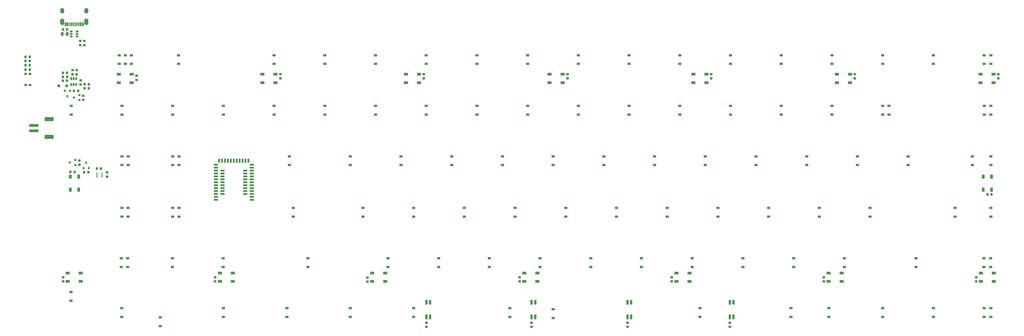
<source format=gbp>
G04 #@! TF.GenerationSoftware,KiCad,Pcbnew,5.99.0-unknown-ff9612b6da~131~ubuntu20.04.1*
G04 #@! TF.CreationDate,2021-08-29T18:12:00+10:00*
G04 #@! TF.ProjectId,keyboard,6b657962-6f61-4726-942e-6b696361645f,0.4w*
G04 #@! TF.SameCoordinates,Original*
G04 #@! TF.FileFunction,Paste,Bot*
G04 #@! TF.FilePolarity,Positive*
%FSLAX46Y46*%
G04 Gerber Fmt 4.6, Leading zero omitted, Abs format (unit mm)*
G04 Created by KiCad (PCBNEW 5.99.0-unknown-ff9612b6da~131~ubuntu20.04.1) date 2021-08-29 18:12:00*
%MOMM*%
%LPD*%
G01*
G04 APERTURE LIST*
G04 Aperture macros list*
%AMRoundRect*
0 Rectangle with rounded corners*
0 $1 Rounding radius*
0 $2 $3 $4 $5 $6 $7 $8 $9 X,Y pos of 4 corners*
0 Add a 4 corners polygon primitive as box body*
4,1,4,$2,$3,$4,$5,$6,$7,$8,$9,$2,$3,0*
0 Add four circle primitives for the rounded corners*
1,1,$1+$1,$2,$3*
1,1,$1+$1,$4,$5*
1,1,$1+$1,$6,$7*
1,1,$1+$1,$8,$9*
0 Add four rect primitives between the rounded corners*
20,1,$1+$1,$2,$3,$4,$5,0*
20,1,$1+$1,$4,$5,$6,$7,0*
20,1,$1+$1,$6,$7,$8,$9,0*
20,1,$1+$1,$8,$9,$2,$3,0*%
G04 Aperture macros list end*
%ADD10RoundRect,0.205000X0.205000X-0.695000X0.205000X0.695000X-0.205000X0.695000X-0.205000X-0.695000X0*%
%ADD11R,0.820000X1.800000*%
%ADD12R,1.200000X0.900000*%
%ADD13RoundRect,0.218750X-0.256250X0.218750X-0.256250X-0.218750X0.256250X-0.218750X0.256250X0.218750X0*%
%ADD14O,1.500000X2.100000*%
%ADD15O,1.500000X2.500000*%
%ADD16RoundRect,0.120000X-0.180000X-0.605000X0.180000X-0.605000X0.180000X0.605000X-0.180000X0.605000X0*%
%ADD17RoundRect,0.060000X-0.090000X-0.665000X0.090000X-0.665000X0.090000X0.665000X-0.090000X0.665000X0*%
%ADD18O,1.000000X1.600000*%
%ADD19O,1.000000X2.100000*%
%ADD20RoundRect,0.218750X0.256250X-0.218750X0.256250X0.218750X-0.256250X0.218750X-0.256250X-0.218750X0*%
%ADD21RoundRect,0.218750X0.218750X0.256250X-0.218750X0.256250X-0.218750X-0.256250X0.218750X-0.256250X0*%
%ADD22RoundRect,0.218750X-0.218750X-0.256250X0.218750X-0.256250X0.218750X0.256250X-0.218750X0.256250X0*%
%ADD23RoundRect,0.243750X-0.243750X-0.456250X0.243750X-0.456250X0.243750X0.456250X-0.243750X0.456250X0*%
%ADD24RoundRect,0.225000X-0.275000X0.225000X-0.275000X-0.225000X0.275000X-0.225000X0.275000X0.225000X0*%
%ADD25R,1.000000X1.500000*%
%ADD26RoundRect,0.119000X0.381000X0.369000X-0.381000X0.369000X-0.381000X-0.369000X0.381000X-0.369000X0*%
%ADD27R,1.500000X1.000000*%
%ADD28R,0.900000X0.800000*%
%ADD29R,0.800000X0.900000*%
%ADD30R,0.650000X1.060000*%
%ADD31RoundRect,0.250000X-1.500000X0.250000X-1.500000X-0.250000X1.500000X-0.250000X1.500000X0.250000X0*%
%ADD32RoundRect,0.250500X-1.449500X0.499500X-1.449500X-0.499500X1.449500X-0.499500X1.449500X0.499500X0*%
%ADD33R,1.524000X0.700000*%
%ADD34R,0.700000X1.524000*%
%ADD35RoundRect,0.162500X0.367500X0.162500X-0.367500X0.162500X-0.367500X-0.162500X0.367500X-0.162500X0*%
%ADD36R,0.650000X0.400000*%
G04 APERTURE END LIST*
D10*
G04 #@! TO.C,D1*
X251300000Y-197950000D03*
X252660000Y-197950000D03*
D11*
X252660000Y-192450000D03*
D10*
X251300000Y-192450000D03*
G04 #@! TD*
G04 #@! TO.C,D2*
X290800000Y-197950000D03*
X292160000Y-197950000D03*
D11*
X292160000Y-192450000D03*
D10*
X290800000Y-192450000D03*
G04 #@! TD*
G04 #@! TO.C,D3*
X326800000Y-197950000D03*
X328160000Y-197950000D03*
D11*
X328160000Y-192450000D03*
D10*
X326800000Y-192450000D03*
G04 #@! TD*
G04 #@! TO.C,D4*
X365300000Y-197950000D03*
X366660000Y-197950000D03*
D11*
X366660000Y-192450000D03*
D10*
X365300000Y-192450000D03*
G04 #@! TD*
D12*
G04 #@! TO.C,D_109*
X135900000Y-102650000D03*
X135900000Y-99350000D03*
G04 #@! TD*
G04 #@! TO.C,D_99*
X140500000Y-102650000D03*
X140500000Y-99350000D03*
G04 #@! TD*
G04 #@! TO.C,D_93*
X158200000Y-102650000D03*
X158200000Y-99350000D03*
G04 #@! TD*
D13*
G04 #@! TO.C,C21*
X122400000Y-114612500D03*
X122400000Y-116187500D03*
G04 #@! TD*
D14*
G04 #@! TO.C,J2*
X123550000Y-82626155D03*
X114450000Y-82626155D03*
D15*
X114450000Y-86806155D03*
X123550000Y-86806155D03*
D16*
X115750000Y-87721155D03*
X116550000Y-87721155D03*
D17*
X117750000Y-87721155D03*
X118750000Y-87721155D03*
X119250000Y-87721155D03*
X120250000Y-87721155D03*
D16*
X121450000Y-87721155D03*
X122250000Y-87721155D03*
X122250000Y-87721155D03*
X121450000Y-87721155D03*
D17*
X120750000Y-87721155D03*
X119750000Y-87721155D03*
X118250000Y-87721155D03*
X117250000Y-87721155D03*
D16*
X116550000Y-87721155D03*
X115750000Y-87721155D03*
D18*
X114680000Y-82626155D03*
X123320000Y-82626155D03*
D19*
X123320000Y-86806155D03*
X114680000Y-86806155D03*
G04 #@! TD*
D20*
G04 #@! TO.C,R4*
X122800000Y-95573286D03*
X122800000Y-93998286D03*
G04 #@! TD*
D13*
G04 #@! TO.C,R7*
X121300000Y-93998286D03*
X121300000Y-95573286D03*
G04 #@! TD*
D12*
G04 #@! TO.C,D_2*
X463287500Y-121750000D03*
X463287500Y-118450000D03*
G04 #@! TD*
D20*
G04 #@! TO.C,C11*
X290800000Y-201687500D03*
X290800000Y-200112500D03*
G04 #@! TD*
G04 #@! TO.C,C13*
X251300000Y-201687500D03*
X251300000Y-200112500D03*
G04 #@! TD*
G04 #@! TO.C,C9*
X326800000Y-201687500D03*
X326800000Y-200112500D03*
G04 #@! TD*
G04 #@! TO.C,C6*
X365300000Y-201687500D03*
X365300000Y-200112500D03*
G04 #@! TD*
D21*
G04 #@! TO.C,D22*
X102287500Y-101500000D03*
X100712500Y-101500000D03*
G04 #@! TD*
D20*
G04 #@! TO.C,R5*
X121412500Y-110387500D03*
X121412500Y-108812500D03*
G04 #@! TD*
D22*
G04 #@! TO.C,C24*
X114812500Y-89685786D03*
X116387500Y-89685786D03*
G04 #@! TD*
D23*
G04 #@! TO.C,F1*
X114462500Y-91385786D03*
X116337500Y-91385786D03*
G04 #@! TD*
D24*
G04 #@! TO.C,SW1*
X100800000Y-110550000D03*
X100800000Y-106450000D03*
X102400000Y-110550000D03*
X102400000Y-106450000D03*
G04 #@! TD*
D12*
G04 #@! TO.C,D_55*
X303637500Y-160150000D03*
X303637500Y-156850000D03*
G04 #@! TD*
G04 #@! TO.C,D_45*
X336975000Y-140750000D03*
X336975000Y-137450000D03*
G04 #@! TD*
G04 #@! TO.C,D_94*
X156000000Y-140750000D03*
X156000000Y-137450000D03*
G04 #@! TD*
G04 #@! TO.C,D_43*
X346450000Y-121750000D03*
X346450000Y-118450000D03*
G04 #@! TD*
D21*
G04 #@! TO.C,D23*
X102287500Y-103150000D03*
X100712500Y-103150000D03*
G04 #@! TD*
D12*
G04 #@! TO.C,D_38*
X360787500Y-160150000D03*
X360787500Y-156850000D03*
G04 #@! TD*
G04 #@! TO.C,D_12*
X449837500Y-160150000D03*
X449837500Y-156850000D03*
G04 #@! TD*
G04 #@! TO.C,D_3*
X463337500Y-140750000D03*
X463337500Y-137450000D03*
G04 #@! TD*
G04 #@! TO.C,D_57*
X294012500Y-179150000D03*
X294012500Y-175850000D03*
G04 #@! TD*
G04 #@! TO.C,D_61*
X282637500Y-197950000D03*
X282637500Y-194650000D03*
G04 #@! TD*
G04 #@! TO.C,D_14*
X441750000Y-197950000D03*
X441750000Y-194650000D03*
G04 #@! TD*
G04 #@! TO.C,D_66*
X265537500Y-160150000D03*
X265537500Y-156850000D03*
G04 #@! TD*
G04 #@! TO.C,D_97*
X155900000Y-179150000D03*
X155900000Y-175850000D03*
G04 #@! TD*
G04 #@! TO.C,D_1*
X463337500Y-102650000D03*
X463337500Y-99350000D03*
G04 #@! TD*
D25*
G04 #@! TO.C,D5*
X463600000Y-150050000D03*
X460400000Y-150050000D03*
X460400000Y-145150000D03*
X463600000Y-145150000D03*
G04 #@! TD*
D12*
G04 #@! TO.C,D_28*
X394125000Y-140750000D03*
X394125000Y-137450000D03*
G04 #@! TD*
G04 #@! TO.C,D_77*
X227437500Y-160150000D03*
X227437500Y-156850000D03*
G04 #@! TD*
G04 #@! TO.C,D_10*
X460700000Y-179150000D03*
X460700000Y-175850000D03*
G04 #@! TD*
G04 #@! TO.C,D_110*
X117900000Y-121750000D03*
X117900000Y-118450000D03*
G04 #@! TD*
G04 #@! TO.C,D_37*
X365500000Y-121750000D03*
X365500000Y-118450000D03*
G04 #@! TD*
G04 #@! TO.C,D_80*
X213150000Y-102650000D03*
X213150000Y-99350000D03*
G04 #@! TD*
D21*
G04 #@! TO.C,C25*
X116300000Y-106006250D03*
X114725000Y-106006250D03*
G04 #@! TD*
D12*
G04 #@! TO.C,D_106*
X136900000Y-160150000D03*
X136900000Y-156850000D03*
G04 #@! TD*
D22*
G04 #@! TO.C,C20*
X127512500Y-142100000D03*
X129087500Y-142100000D03*
G04 #@! TD*
D26*
G04 #@! TO.C,D21*
X116200000Y-110900000D03*
X113200000Y-110900000D03*
G04 #@! TD*
D12*
G04 #@! TO.C,D_81*
X213100000Y-121750000D03*
X213100000Y-118450000D03*
G04 #@! TD*
G04 #@! TO.C,D_85*
X198862500Y-197950000D03*
X198862500Y-194650000D03*
G04 #@! TD*
D27*
G04 #@! TO.C,D9*
X402383330Y-184600000D03*
X402383330Y-181400000D03*
X407283330Y-181400000D03*
X407283330Y-184600000D03*
G04 #@! TD*
D12*
G04 #@! TO.C,D_6*
X463237500Y-179150000D03*
X463237500Y-175850000D03*
G04 #@! TD*
D21*
G04 #@! TO.C,R11*
X102287500Y-100000000D03*
X100712500Y-100000000D03*
G04 #@! TD*
D12*
G04 #@! TO.C,D_75*
X232200000Y-102650000D03*
X232200000Y-99350000D03*
G04 #@! TD*
G04 #@! TO.C,D_30*
X388200000Y-197950000D03*
X388200000Y-194650000D03*
G04 #@! TD*
G04 #@! TO.C,D_96*
X155950000Y-121750000D03*
X155950000Y-118450000D03*
G04 #@! TD*
D13*
G04 #@! TO.C,C27*
X114800000Y-183025000D03*
X114800000Y-184600000D03*
G04 #@! TD*
D12*
G04 #@! TO.C,D_76*
X232150000Y-121750000D03*
X232150000Y-118450000D03*
G04 #@! TD*
D13*
G04 #@! TO.C,C19*
X131300000Y-143512500D03*
X131300000Y-145087500D03*
G04 #@! TD*
D27*
G04 #@! TO.C,D17*
X173716666Y-184600000D03*
X173716666Y-181400000D03*
X178616666Y-181400000D03*
X178616666Y-184600000D03*
G04 #@! TD*
D12*
G04 #@! TO.C,D_98*
X151300000Y-201450000D03*
X151300000Y-198150000D03*
G04 #@! TD*
D13*
G04 #@! TO.C,C5*
X400600000Y-183012500D03*
X400600000Y-184587500D03*
G04 #@! TD*
D12*
G04 #@! TO.C,D_24*
X403650000Y-102650000D03*
X403650000Y-99350000D03*
G04 #@! TD*
D21*
G04 #@! TO.C,R10*
X116287500Y-109000000D03*
X114712500Y-109000000D03*
G04 #@! TD*
D12*
G04 #@! TO.C,D_17*
X425000000Y-121750000D03*
X425000000Y-118450000D03*
G04 #@! TD*
D20*
G04 #@! TO.C,C1*
X466100000Y-108087500D03*
X466100000Y-106512500D03*
G04 #@! TD*
D12*
G04 #@! TO.C,D_52*
X313062500Y-179150000D03*
X313062500Y-175850000D03*
G04 #@! TD*
G04 #@! TO.C,D_50*
X298850000Y-198400000D03*
X298850000Y-195100000D03*
G04 #@! TD*
G04 #@! TO.C,D_100*
X139312500Y-140750000D03*
X139312500Y-137450000D03*
G04 #@! TD*
G04 #@! TO.C,D_101*
X139200000Y-160150000D03*
X139200000Y-156850000D03*
G04 #@! TD*
D21*
G04 #@! TO.C,C26*
X116312500Y-107506250D03*
X114737500Y-107506250D03*
G04 #@! TD*
D25*
G04 #@! TO.C,D19*
X117500000Y-145150000D03*
X120700000Y-145150000D03*
X120700000Y-150050000D03*
X117500000Y-150050000D03*
G04 #@! TD*
D12*
G04 #@! TO.C,D_9*
X460800000Y-197950000D03*
X460800000Y-194650000D03*
G04 #@! TD*
D27*
G04 #@! TO.C,D6*
X459550000Y-184600000D03*
X459550000Y-181400000D03*
X464450000Y-181400000D03*
X464450000Y-184600000D03*
G04 #@! TD*
D12*
G04 #@! TO.C,D_62*
X279825000Y-140750000D03*
X279825000Y-137450000D03*
G04 #@! TD*
G04 #@! TO.C,D_41*
X351162500Y-179150000D03*
X351162500Y-175850000D03*
G04 #@! TD*
D27*
G04 #@! TO.C,D15*
X230883332Y-184600000D03*
X230883332Y-181400000D03*
X235783332Y-181400000D03*
X235783332Y-184600000D03*
G04 #@! TD*
D12*
G04 #@! TO.C,D_13*
X441750000Y-102650000D03*
X441750000Y-99350000D03*
G04 #@! TD*
D27*
G04 #@! TO.C,D20*
X116550000Y-184600000D03*
X116550000Y-181400000D03*
X121450000Y-181400000D03*
X121450000Y-184600000D03*
G04 #@! TD*
D28*
G04 #@! TO.C,Q2*
X119400000Y-138850000D03*
X119400000Y-140750000D03*
X117400000Y-139800000D03*
G04 #@! TD*
D29*
G04 #@! TO.C,Q1*
X124450000Y-141900000D03*
X122550000Y-141900000D03*
X123500000Y-139900000D03*
G04 #@! TD*
D12*
G04 #@! TO.C,D_29*
X389262500Y-179150000D03*
X389262500Y-175850000D03*
G04 #@! TD*
G04 #@! TO.C,D_78*
X222675000Y-140750000D03*
X222675000Y-137450000D03*
G04 #@! TD*
D20*
G04 #@! TO.C,C14*
X250300000Y-108100000D03*
X250300000Y-106525000D03*
G04 #@! TD*
D27*
G04 #@! TO.C,D11*
X345216664Y-184600000D03*
X345216664Y-181400000D03*
X350116664Y-181400000D03*
X350116664Y-184600000D03*
G04 #@! TD*
D12*
G04 #@! TO.C,D_25*
X403600000Y-121750000D03*
X403600000Y-118450000D03*
G04 #@! TD*
D30*
G04 #@! TO.C,U5*
X119762500Y-110400000D03*
X118812500Y-110400000D03*
X117862500Y-110400000D03*
X117862500Y-108200000D03*
X118812500Y-108200000D03*
X119762500Y-108200000D03*
G04 #@! TD*
D12*
G04 #@! TO.C,D_83*
X201300000Y-160150000D03*
X201300000Y-156850000D03*
G04 #@! TD*
G04 #@! TO.C,D_39*
X356025000Y-140750000D03*
X356025000Y-137450000D03*
G04 #@! TD*
D31*
G04 #@! TO.C,J3*
X103850000Y-125800000D03*
X103850000Y-127800000D03*
D32*
X109600000Y-123450000D03*
X109600000Y-130150000D03*
G04 #@! TD*
D12*
G04 #@! TO.C,D_73*
X241725000Y-140750000D03*
X241725000Y-137450000D03*
G04 #@! TD*
D28*
G04 #@! TO.C,U3*
X120900000Y-114350000D03*
X120900000Y-116250000D03*
X118900000Y-115300000D03*
G04 #@! TD*
D12*
G04 #@! TO.C,D_91*
X158337500Y-140750000D03*
X158337500Y-137450000D03*
G04 #@! TD*
D27*
G04 #@! TO.C,D14*
X248516666Y-106500000D03*
X248516666Y-109700000D03*
X243616666Y-109700000D03*
X243616666Y-106500000D03*
G04 #@! TD*
D12*
G04 #@! TO.C,D_36*
X365550000Y-102650000D03*
X365550000Y-99350000D03*
G04 #@! TD*
D27*
G04 #@! TO.C,D7*
X464350000Y-106500000D03*
X464350000Y-109700000D03*
X459450000Y-109700000D03*
X459450000Y-106500000D03*
G04 #@! TD*
D12*
G04 #@! TO.C,D_79*
X222675000Y-197950000D03*
X222675000Y-194650000D03*
G04 #@! TD*
D27*
G04 #@! TO.C,D10*
X356433332Y-106500000D03*
X356433332Y-109700000D03*
X351533332Y-109700000D03*
X351533332Y-106500000D03*
G04 #@! TD*
D29*
G04 #@! TO.C,Q3*
X115450000Y-112800000D03*
X117350000Y-112800000D03*
X116400000Y-114800000D03*
G04 #@! TD*
D12*
G04 #@! TO.C,D_105*
X136900000Y-140750000D03*
X136900000Y-137450000D03*
G04 #@! TD*
D20*
G04 #@! TO.C,C10*
X304300000Y-108087500D03*
X304300000Y-106512500D03*
G04 #@! TD*
D12*
G04 #@! TO.C,D_108*
X136637500Y-179150000D03*
X136637500Y-175850000D03*
G04 #@! TD*
G04 #@! TO.C,D_74*
X236862500Y-179150000D03*
X236862500Y-175850000D03*
G04 #@! TD*
G04 #@! TO.C,D_8*
X460800000Y-102650000D03*
X460800000Y-99350000D03*
G04 #@! TD*
G04 #@! TO.C,D_82*
X206737500Y-179150000D03*
X206737500Y-175850000D03*
G04 #@! TD*
D21*
G04 #@! TO.C,C23*
X119100000Y-143300000D03*
X117525000Y-143300000D03*
G04 #@! TD*
D12*
G04 #@! TO.C,D_71*
X246487500Y-160150000D03*
X246487500Y-156850000D03*
G04 #@! TD*
D13*
G04 #@! TO.C,C17*
X171900000Y-183012500D03*
X171900000Y-184587500D03*
G04 #@! TD*
D12*
G04 #@! TO.C,D_59*
X289300000Y-121750000D03*
X289300000Y-118450000D03*
G04 #@! TD*
G04 #@! TO.C,D_16*
X432225000Y-140750000D03*
X432225000Y-137450000D03*
G04 #@! TD*
G04 #@! TO.C,D_102*
X139000000Y-179150000D03*
X139000000Y-175850000D03*
G04 #@! TD*
G04 #@! TO.C,D_64*
X270300000Y-102650000D03*
X270300000Y-99350000D03*
G04 #@! TD*
D27*
G04 #@! TO.C,D8*
X410391665Y-106500000D03*
X410391665Y-109700000D03*
X405491665Y-109700000D03*
X405491665Y-106500000D03*
G04 #@! TD*
D12*
G04 #@! TO.C,D_90*
X174950000Y-179150000D03*
X174950000Y-175850000D03*
G04 #@! TD*
G04 #@! TO.C,D_34*
X375075000Y-140750000D03*
X375075000Y-137450000D03*
G04 #@! TD*
G04 #@! TO.C,D_53*
X308400000Y-102650000D03*
X308400000Y-99350000D03*
G04 #@! TD*
D33*
G04 #@! TO.C,U1*
X172200000Y-153800000D03*
X172200000Y-152700000D03*
X172200000Y-151600000D03*
X172200000Y-150500000D03*
X172200000Y-149400000D03*
X172200000Y-148300000D03*
X172200000Y-147200000D03*
X172200000Y-146100000D03*
X172200000Y-145000000D03*
X172200000Y-143900000D03*
X172200000Y-142800000D03*
X172200000Y-141700000D03*
X172200000Y-140600000D03*
D34*
X173450000Y-139100000D03*
X174550000Y-139100000D03*
X175650000Y-139100000D03*
X176750000Y-139100000D03*
X177850000Y-139100000D03*
X178950000Y-139100000D03*
X180050000Y-139100000D03*
X181150000Y-139100000D03*
X182250000Y-139100000D03*
X183350000Y-139100000D03*
X184450000Y-139100000D03*
D33*
X185700000Y-140600000D03*
X185700000Y-141700000D03*
X185700000Y-142800000D03*
X185700000Y-143900000D03*
X185700000Y-145000000D03*
X185700000Y-146100000D03*
X185700000Y-147200000D03*
X185700000Y-148300000D03*
X185700000Y-149400000D03*
X185700000Y-150500000D03*
X185700000Y-151600000D03*
X185700000Y-152700000D03*
X185700000Y-153800000D03*
X174700000Y-151600000D03*
X174700000Y-150500000D03*
X174700000Y-149400000D03*
X174700000Y-148300000D03*
X174700000Y-147200000D03*
X174700000Y-146100000D03*
X174700000Y-145000000D03*
X174700000Y-143900000D03*
X174700000Y-142800000D03*
X183200000Y-151600000D03*
X183200000Y-150500000D03*
X183200000Y-149400000D03*
X183200000Y-148300000D03*
X183200000Y-147200000D03*
X183200000Y-146100000D03*
X183200000Y-145000000D03*
X183200000Y-143900000D03*
X183200000Y-142800000D03*
G04 #@! TD*
D12*
G04 #@! TO.C,D_68*
X255912500Y-179150000D03*
X255912500Y-175850000D03*
G04 #@! TD*
G04 #@! TO.C,D_84*
X199837500Y-140750000D03*
X199837500Y-137450000D03*
G04 #@! TD*
D20*
G04 #@! TO.C,C7*
X358200000Y-108087500D03*
X358200000Y-106512500D03*
G04 #@! TD*
D12*
G04 #@! TO.C,D_19*
X422700000Y-197950000D03*
X422700000Y-194650000D03*
G04 #@! TD*
D13*
G04 #@! TO.C,R6*
X120900000Y-139012500D03*
X120900000Y-140587500D03*
G04 #@! TD*
G04 #@! TO.C,C3*
X457800000Y-183012500D03*
X457800000Y-184587500D03*
G04 #@! TD*
D27*
G04 #@! TO.C,D18*
X140600000Y-106500000D03*
X140600000Y-109700000D03*
X135700000Y-109700000D03*
X135700000Y-106500000D03*
G04 #@! TD*
D12*
G04 #@! TO.C,D_72*
X246487500Y-197950000D03*
X246487500Y-194650000D03*
G04 #@! TD*
D35*
G04 #@! TO.C,U4*
X120100000Y-90385786D03*
X120100000Y-91335786D03*
X120100000Y-92285786D03*
X117900000Y-92285786D03*
X117900000Y-91335786D03*
X117900000Y-90385786D03*
G04 #@! TD*
D27*
G04 #@! TO.C,D12*
X302474999Y-106500000D03*
X302474999Y-109700000D03*
X297574999Y-109700000D03*
X297574999Y-106500000D03*
G04 #@! TD*
D12*
G04 #@! TO.C,D_7*
X460887500Y-121750000D03*
X460887500Y-118450000D03*
G04 #@! TD*
G04 #@! TO.C,D_60*
X284587500Y-160150000D03*
X284587500Y-156850000D03*
G04 #@! TD*
G04 #@! TO.C,D_89*
X175050000Y-197950000D03*
X175050000Y-194650000D03*
G04 #@! TD*
D21*
G04 #@! TO.C,R3*
X124287500Y-143400000D03*
X122712500Y-143400000D03*
G04 #@! TD*
D12*
G04 #@! TO.C,D_48*
X327400000Y-121750000D03*
X327400000Y-118450000D03*
G04 #@! TD*
G04 #@! TO.C,D_87*
X194050000Y-121750000D03*
X194050000Y-118450000D03*
G04 #@! TD*
G04 #@! TO.C,D_51*
X317925000Y-140750000D03*
X317925000Y-137450000D03*
G04 #@! TD*
G04 #@! TO.C,D_42*
X346500000Y-102650000D03*
X346500000Y-99350000D03*
G04 #@! TD*
G04 #@! TO.C,D_23*
X408312500Y-179150000D03*
X408312500Y-175850000D03*
G04 #@! TD*
D13*
G04 #@! TO.C,C15*
X229100000Y-183100000D03*
X229100000Y-184675000D03*
G04 #@! TD*
D12*
G04 #@! TO.C,D_67*
X260775000Y-140750000D03*
X260775000Y-137450000D03*
G04 #@! TD*
G04 #@! TO.C,D_33*
X379837500Y-160150000D03*
X379837500Y-156850000D03*
G04 #@! TD*
G04 #@! TO.C,D_4*
X463337500Y-160150000D03*
X463337500Y-156850000D03*
G04 #@! TD*
G04 #@! TO.C,D_70*
X251200000Y-121750000D03*
X251200000Y-118450000D03*
G04 #@! TD*
G04 #@! TO.C,D_27*
X398887500Y-160150000D03*
X398887500Y-156850000D03*
G04 #@! TD*
G04 #@! TO.C,D_11*
X456337500Y-140750000D03*
X456337500Y-137450000D03*
G04 #@! TD*
G04 #@! TO.C,D_26*
X402400000Y-197950000D03*
X402400000Y-194650000D03*
G04 #@! TD*
D22*
G04 #@! TO.C,R1*
X122900000Y-110300000D03*
X124475000Y-110300000D03*
G04 #@! TD*
D12*
G04 #@! TO.C,D_63*
X274962500Y-179150000D03*
X274962500Y-175850000D03*
G04 #@! TD*
G04 #@! TO.C,D_22*
X413175000Y-140750000D03*
X413175000Y-137450000D03*
G04 #@! TD*
D22*
G04 #@! TO.C,C2*
X462000000Y-151800000D03*
X463575000Y-151800000D03*
G04 #@! TD*
D12*
G04 #@! TO.C,D_18*
X422700000Y-102650000D03*
X422700000Y-99350000D03*
G04 #@! TD*
D27*
G04 #@! TO.C,D16*
X194558333Y-106500000D03*
X194558333Y-109700000D03*
X189658333Y-109700000D03*
X189658333Y-106500000D03*
G04 #@! TD*
D12*
G04 #@! TO.C,D_69*
X251250000Y-102650000D03*
X251250000Y-99350000D03*
G04 #@! TD*
G04 #@! TO.C,D_44*
X341737500Y-160150000D03*
X341737500Y-156850000D03*
G04 #@! TD*
D20*
G04 #@! TO.C,C4*
X412200000Y-108100000D03*
X412200000Y-106525000D03*
G04 #@! TD*
D27*
G04 #@! TO.C,D13*
X288049998Y-184600000D03*
X288049998Y-181400000D03*
X292949998Y-181400000D03*
X292949998Y-184600000D03*
G04 #@! TD*
D20*
G04 #@! TO.C,C18*
X142400000Y-108687500D03*
X142400000Y-107112500D03*
G04 #@! TD*
D12*
G04 #@! TO.C,D_49*
X322687500Y-160150000D03*
X322687500Y-156850000D03*
G04 #@! TD*
G04 #@! TO.C,D_5*
X463337500Y-197950000D03*
X463337500Y-194650000D03*
G04 #@! TD*
D20*
G04 #@! TO.C,C16*
X196400000Y-108087500D03*
X196400000Y-106512500D03*
G04 #@! TD*
D12*
G04 #@! TO.C,D_92*
X158337500Y-160150000D03*
X158337500Y-156850000D03*
G04 #@! TD*
G04 #@! TO.C,D_20*
X422650000Y-121750000D03*
X422650000Y-118450000D03*
G04 #@! TD*
G04 #@! TO.C,D_32*
X384550000Y-121750000D03*
X384550000Y-118450000D03*
G04 #@! TD*
D21*
G04 #@! TO.C,R2*
X124475000Y-111800000D03*
X122900000Y-111800000D03*
G04 #@! TD*
D12*
G04 #@! TO.C,D_54*
X308350000Y-121750000D03*
X308350000Y-118450000D03*
G04 #@! TD*
G04 #@! TO.C,D_35*
X370212500Y-179150000D03*
X370212500Y-175850000D03*
G04 #@! TD*
G04 #@! TO.C,D_47*
X327450000Y-102650000D03*
X327450000Y-99350000D03*
G04 #@! TD*
G04 #@! TO.C,D_95*
X156000000Y-160150000D03*
X156000000Y-156850000D03*
G04 #@! TD*
G04 #@! TO.C,D_65*
X270250000Y-121750000D03*
X270250000Y-118450000D03*
G04 #@! TD*
G04 #@! TO.C,D_104*
X136900000Y-121750000D03*
X136900000Y-118450000D03*
G04 #@! TD*
G04 #@! TO.C,D_111*
X117800000Y-191850000D03*
X117800000Y-188550000D03*
G04 #@! TD*
G04 #@! TO.C,D_21*
X417937500Y-160150000D03*
X417937500Y-156850000D03*
G04 #@! TD*
D20*
G04 #@! TO.C,R9*
X118412500Y-106587500D03*
X118412500Y-105012500D03*
G04 #@! TD*
D12*
G04 #@! TO.C,D_15*
X435237500Y-179150000D03*
X435237500Y-175850000D03*
G04 #@! TD*
G04 #@! TO.C,D_40*
X354037500Y-197950000D03*
X354037500Y-194650000D03*
G04 #@! TD*
G04 #@! TO.C,D_103*
X138200000Y-102650000D03*
X138200000Y-99350000D03*
G04 #@! TD*
G04 #@! TO.C,D_86*
X194100000Y-102650000D03*
X194100000Y-99350000D03*
G04 #@! TD*
D13*
G04 #@! TO.C,R8*
X119912500Y-105012500D03*
X119912500Y-106587500D03*
G04 #@! TD*
D12*
G04 #@! TO.C,D_56*
X298875000Y-140750000D03*
X298875000Y-137450000D03*
G04 #@! TD*
D21*
G04 #@! TO.C,D24*
X102287500Y-104800000D03*
X100712500Y-104800000D03*
G04 #@! TD*
D36*
G04 #@! TO.C,U2*
X129450000Y-143850000D03*
X129450000Y-144500000D03*
X129450000Y-145150000D03*
X127550000Y-145150000D03*
X127550000Y-144500000D03*
X127550000Y-143850000D03*
G04 #@! TD*
D13*
G04 #@! TO.C,C8*
X343400000Y-183012500D03*
X343400000Y-184587500D03*
G04 #@! TD*
D22*
G04 #@! TO.C,C22*
X118912500Y-112800000D03*
X120487500Y-112800000D03*
G04 #@! TD*
D12*
G04 #@! TO.C,D_31*
X384600000Y-102650000D03*
X384600000Y-99350000D03*
G04 #@! TD*
G04 #@! TO.C,D_46*
X332112500Y-179150000D03*
X332112500Y-175850000D03*
G04 #@! TD*
G04 #@! TO.C,D_58*
X289350000Y-102650000D03*
X289350000Y-99350000D03*
G04 #@! TD*
D13*
G04 #@! TO.C,C12*
X286300000Y-183025000D03*
X286300000Y-184600000D03*
G04 #@! TD*
D12*
G04 #@! TO.C,D_107*
X136837500Y-197950000D03*
X136837500Y-194650000D03*
G04 #@! TD*
G04 #@! TO.C,D_88*
X175000000Y-121750000D03*
X175000000Y-118450000D03*
G04 #@! TD*
M02*

</source>
